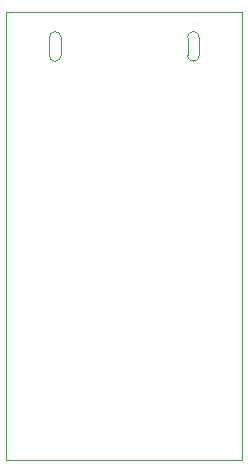
<source format=gbr>
G04 #@! TF.GenerationSoftware,KiCad,Pcbnew,5.1.10-88a1d61d58~88~ubuntu18.04.1*
G04 #@! TF.CreationDate,2021-09-16T14:54:05+02:00*
G04 #@! TF.ProjectId,GPIO-USB-Switch,4750494f-2d55-4534-922d-537769746368,rev?*
G04 #@! TF.SameCoordinates,Original*
G04 #@! TF.FileFunction,Profile,NP*
%FSLAX46Y46*%
G04 Gerber Fmt 4.6, Leading zero omitted, Abs format (unit mm)*
G04 Created by KiCad (PCBNEW 5.1.10-88a1d61d58~88~ubuntu18.04.1) date 2021-09-16 14:54:05*
%MOMM*%
%LPD*%
G01*
G04 APERTURE LIST*
G04 #@! TA.AperFunction,Profile*
%ADD10C,0.050000*%
G04 #@! TD*
G04 #@! TA.AperFunction,Profile*
%ADD11C,0.100000*%
G04 #@! TD*
G04 APERTURE END LIST*
D10*
X145000000Y-110000000D02*
X145000000Y-72000000D01*
X165000000Y-110000000D02*
X145000000Y-110000000D01*
X165000000Y-72000000D02*
X165000000Y-110000000D01*
X145000000Y-72000000D02*
X165000000Y-72000000D01*
D11*
X161350000Y-74188000D02*
X161350000Y-75698000D01*
X160350000Y-75698000D02*
X160350000Y-74198000D01*
X149650000Y-74198000D02*
X149650000Y-75698000D01*
X148650000Y-75698000D02*
X148650000Y-74198000D01*
X148650000Y-75698000D02*
G75*
G03*
X149650000Y-75698000I500000J-9999D01*
G01*
X149650000Y-74197998D02*
G75*
G03*
X148650000Y-74198000I-500000J9998D01*
G01*
X160350000Y-75698000D02*
G75*
G03*
X161350000Y-75698000I500000J-9999D01*
G01*
X161350000Y-74187998D02*
G75*
G03*
X160350000Y-74198000I-500100J4998D01*
G01*
M02*

</source>
